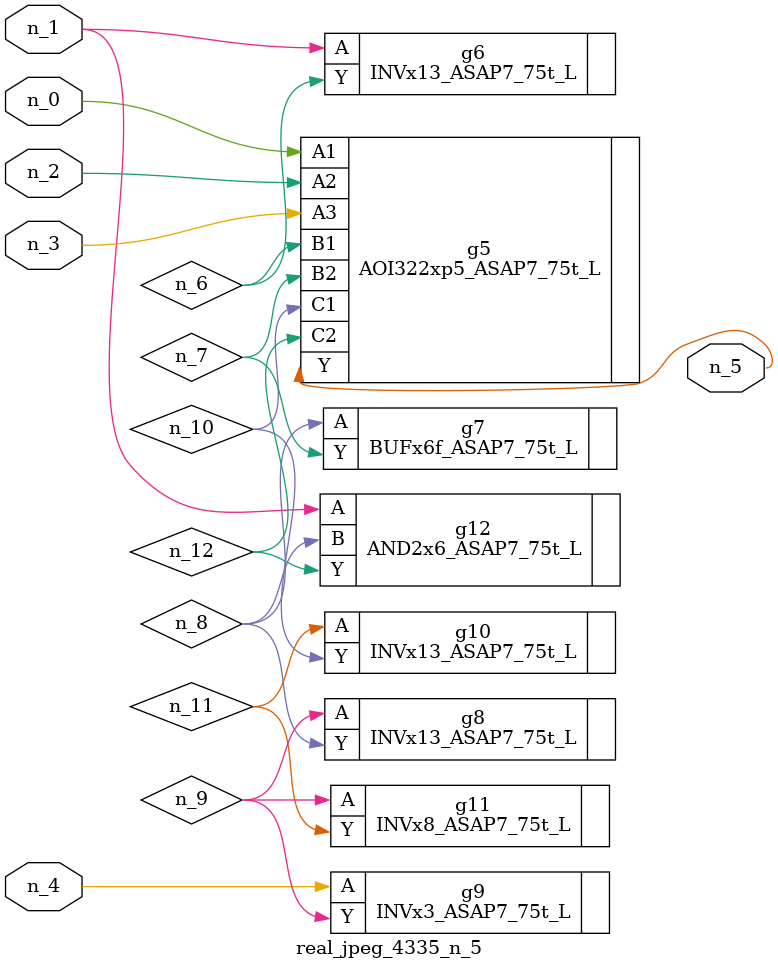
<source format=v>
module real_jpeg_4335_n_5 (n_4, n_0, n_1, n_2, n_3, n_5);

input n_4;
input n_0;
input n_1;
input n_2;
input n_3;

output n_5;

wire n_12;
wire n_8;
wire n_11;
wire n_6;
wire n_7;
wire n_10;
wire n_9;

AOI322xp5_ASAP7_75t_L g5 ( 
.A1(n_0),
.A2(n_2),
.A3(n_3),
.B1(n_6),
.B2(n_7),
.C1(n_10),
.C2(n_12),
.Y(n_5)
);

INVx13_ASAP7_75t_L g6 ( 
.A(n_1),
.Y(n_6)
);

AND2x6_ASAP7_75t_L g12 ( 
.A(n_1),
.B(n_8),
.Y(n_12)
);

INVx3_ASAP7_75t_L g9 ( 
.A(n_4),
.Y(n_9)
);

BUFx6f_ASAP7_75t_L g7 ( 
.A(n_8),
.Y(n_7)
);

INVx13_ASAP7_75t_L g8 ( 
.A(n_9),
.Y(n_8)
);

INVx8_ASAP7_75t_L g11 ( 
.A(n_9),
.Y(n_11)
);

INVx13_ASAP7_75t_L g10 ( 
.A(n_11),
.Y(n_10)
);


endmodule
</source>
